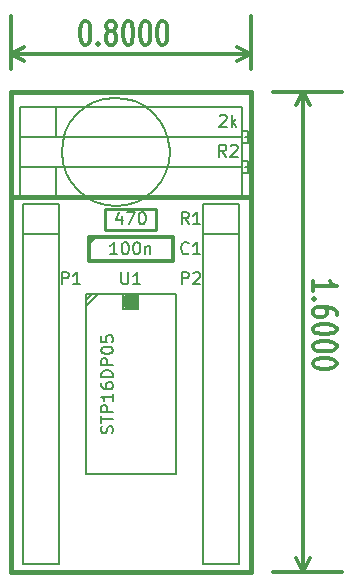
<source format=gto>
G04 (created by PCBNEW-RS274X (2010-05-05 BZR 2356)-stable) date 12/18/10 18:55:01*
G01*
G70*
G90*
%MOIN*%
G04 Gerber Fmt 3.4, Leading zero omitted, Abs format*
%FSLAX34Y34*%
G04 APERTURE LIST*
%ADD10C,0.005000*%
%ADD11C,0.015000*%
%ADD12C,0.012000*%
%ADD13C,0.007500*%
%ADD14C,0.010000*%
%ADD15C,0.006000*%
G04 APERTURE END LIST*
G54D10*
G54D11*
X10000Y-13500D02*
X18000Y-13500D01*
G54D12*
X20065Y-16658D02*
X20065Y-16315D01*
X20065Y-16487D02*
X20865Y-16487D01*
X20751Y-16430D01*
X20675Y-16372D01*
X20637Y-16315D01*
X20141Y-16915D02*
X20103Y-16943D01*
X20065Y-16915D01*
X20103Y-16886D01*
X20141Y-16915D01*
X20065Y-16915D01*
X20865Y-17458D02*
X20865Y-17344D01*
X20827Y-17287D01*
X20789Y-17258D01*
X20675Y-17201D01*
X20522Y-17172D01*
X20218Y-17172D01*
X20141Y-17201D01*
X20103Y-17229D01*
X20065Y-17287D01*
X20065Y-17401D01*
X20103Y-17458D01*
X20141Y-17487D01*
X20218Y-17515D01*
X20408Y-17515D01*
X20484Y-17487D01*
X20522Y-17458D01*
X20560Y-17401D01*
X20560Y-17287D01*
X20522Y-17229D01*
X20484Y-17201D01*
X20408Y-17172D01*
X20865Y-17886D02*
X20865Y-17943D01*
X20827Y-18000D01*
X20789Y-18029D01*
X20713Y-18058D01*
X20560Y-18086D01*
X20370Y-18086D01*
X20218Y-18058D01*
X20141Y-18029D01*
X20103Y-18000D01*
X20065Y-17943D01*
X20065Y-17886D01*
X20103Y-17829D01*
X20141Y-17800D01*
X20218Y-17772D01*
X20370Y-17743D01*
X20560Y-17743D01*
X20713Y-17772D01*
X20789Y-17800D01*
X20827Y-17829D01*
X20865Y-17886D01*
X20865Y-18457D02*
X20865Y-18514D01*
X20827Y-18571D01*
X20789Y-18600D01*
X20713Y-18629D01*
X20560Y-18657D01*
X20370Y-18657D01*
X20218Y-18629D01*
X20141Y-18600D01*
X20103Y-18571D01*
X20065Y-18514D01*
X20065Y-18457D01*
X20103Y-18400D01*
X20141Y-18371D01*
X20218Y-18343D01*
X20370Y-18314D01*
X20560Y-18314D01*
X20713Y-18343D01*
X20789Y-18371D01*
X20827Y-18400D01*
X20865Y-18457D01*
X20865Y-19028D02*
X20865Y-19085D01*
X20827Y-19142D01*
X20789Y-19171D01*
X20713Y-19200D01*
X20560Y-19228D01*
X20370Y-19228D01*
X20218Y-19200D01*
X20141Y-19171D01*
X20103Y-19142D01*
X20065Y-19085D01*
X20065Y-19028D01*
X20103Y-18971D01*
X20141Y-18942D01*
X20218Y-18914D01*
X20370Y-18885D01*
X20560Y-18885D01*
X20713Y-18914D01*
X20789Y-18942D01*
X20827Y-18971D01*
X20865Y-19028D01*
X19749Y-10000D02*
X19749Y-26000D01*
X18750Y-10000D02*
X21029Y-10000D01*
X18750Y-26000D02*
X21029Y-26000D01*
X19749Y-26000D02*
X19519Y-25557D01*
X19749Y-26000D02*
X19979Y-25557D01*
X19749Y-10000D02*
X19519Y-10443D01*
X19749Y-10000D02*
X19979Y-10443D01*
X12458Y-07635D02*
X12515Y-07635D01*
X12572Y-07673D01*
X12601Y-07711D01*
X12630Y-07787D01*
X12658Y-07940D01*
X12658Y-08130D01*
X12630Y-08282D01*
X12601Y-08359D01*
X12572Y-08397D01*
X12515Y-08435D01*
X12458Y-08435D01*
X12401Y-08397D01*
X12372Y-08359D01*
X12344Y-08282D01*
X12315Y-08130D01*
X12315Y-07940D01*
X12344Y-07787D01*
X12372Y-07711D01*
X12401Y-07673D01*
X12458Y-07635D01*
X12915Y-08359D02*
X12943Y-08397D01*
X12915Y-08435D01*
X12886Y-08397D01*
X12915Y-08359D01*
X12915Y-08435D01*
X13287Y-07978D02*
X13229Y-07940D01*
X13201Y-07901D01*
X13172Y-07825D01*
X13172Y-07787D01*
X13201Y-07711D01*
X13229Y-07673D01*
X13287Y-07635D01*
X13401Y-07635D01*
X13458Y-07673D01*
X13487Y-07711D01*
X13515Y-07787D01*
X13515Y-07825D01*
X13487Y-07901D01*
X13458Y-07940D01*
X13401Y-07978D01*
X13287Y-07978D01*
X13229Y-08016D01*
X13201Y-08054D01*
X13172Y-08130D01*
X13172Y-08282D01*
X13201Y-08359D01*
X13229Y-08397D01*
X13287Y-08435D01*
X13401Y-08435D01*
X13458Y-08397D01*
X13487Y-08359D01*
X13515Y-08282D01*
X13515Y-08130D01*
X13487Y-08054D01*
X13458Y-08016D01*
X13401Y-07978D01*
X13886Y-07635D02*
X13943Y-07635D01*
X14000Y-07673D01*
X14029Y-07711D01*
X14058Y-07787D01*
X14086Y-07940D01*
X14086Y-08130D01*
X14058Y-08282D01*
X14029Y-08359D01*
X14000Y-08397D01*
X13943Y-08435D01*
X13886Y-08435D01*
X13829Y-08397D01*
X13800Y-08359D01*
X13772Y-08282D01*
X13743Y-08130D01*
X13743Y-07940D01*
X13772Y-07787D01*
X13800Y-07711D01*
X13829Y-07673D01*
X13886Y-07635D01*
X14457Y-07635D02*
X14514Y-07635D01*
X14571Y-07673D01*
X14600Y-07711D01*
X14629Y-07787D01*
X14657Y-07940D01*
X14657Y-08130D01*
X14629Y-08282D01*
X14600Y-08359D01*
X14571Y-08397D01*
X14514Y-08435D01*
X14457Y-08435D01*
X14400Y-08397D01*
X14371Y-08359D01*
X14343Y-08282D01*
X14314Y-08130D01*
X14314Y-07940D01*
X14343Y-07787D01*
X14371Y-07711D01*
X14400Y-07673D01*
X14457Y-07635D01*
X15028Y-07635D02*
X15085Y-07635D01*
X15142Y-07673D01*
X15171Y-07711D01*
X15200Y-07787D01*
X15228Y-07940D01*
X15228Y-08130D01*
X15200Y-08282D01*
X15171Y-08359D01*
X15142Y-08397D01*
X15085Y-08435D01*
X15028Y-08435D01*
X14971Y-08397D01*
X14942Y-08359D01*
X14914Y-08282D01*
X14885Y-08130D01*
X14885Y-07940D01*
X14914Y-07787D01*
X14942Y-07711D01*
X14971Y-07673D01*
X15028Y-07635D01*
X10000Y-08751D02*
X18000Y-08751D01*
X10000Y-09250D02*
X10000Y-07471D01*
X18000Y-09250D02*
X18000Y-07471D01*
X18000Y-08751D02*
X17557Y-08981D01*
X18000Y-08751D02*
X17557Y-08521D01*
X10000Y-08751D02*
X10443Y-08981D01*
X10000Y-08751D02*
X10443Y-08521D01*
G54D11*
X10000Y-26000D02*
X10000Y-10000D01*
X18000Y-26000D02*
X10000Y-26000D01*
X18000Y-10000D02*
X18000Y-26000D01*
X10000Y-10000D02*
X18000Y-10000D01*
G54D13*
X12700Y-16750D02*
X12500Y-16950D01*
X12900Y-16750D02*
X12500Y-17150D01*
X14250Y-17200D02*
X13800Y-17200D01*
X14200Y-17150D02*
X13800Y-17150D01*
X14250Y-17100D02*
X13750Y-17100D01*
X14200Y-17050D02*
X13800Y-17050D01*
X14250Y-16950D02*
X13800Y-16950D01*
X14250Y-16900D02*
X13750Y-16900D01*
X14200Y-16850D02*
X13800Y-16850D01*
X14250Y-16800D02*
X13800Y-16800D01*
X14250Y-17000D02*
X13750Y-17000D01*
X14250Y-16750D02*
X14250Y-17250D01*
X14250Y-17250D02*
X13750Y-17250D01*
X13750Y-17250D02*
X13750Y-16750D01*
X14000Y-16750D02*
X15500Y-16750D01*
X15500Y-16750D02*
X15500Y-22750D01*
X15500Y-22750D02*
X12500Y-22750D01*
X12500Y-22750D02*
X12500Y-16750D01*
X12500Y-16750D02*
X14000Y-16750D01*
G54D14*
X13150Y-13900D02*
X13150Y-14600D01*
X13150Y-14600D02*
X14850Y-14600D01*
X14850Y-14600D02*
X14850Y-13900D01*
X14850Y-13900D02*
X13150Y-13900D01*
G54D13*
X16400Y-13750D02*
X16400Y-25750D01*
X17600Y-25750D02*
X17600Y-13750D01*
X17600Y-14750D02*
X16400Y-14750D01*
X17000Y-13750D02*
X17600Y-13750D01*
X17600Y-25750D02*
X16400Y-25750D01*
X16400Y-13750D02*
X17000Y-13750D01*
X10400Y-13750D02*
X10400Y-25750D01*
X11600Y-25750D02*
X11600Y-13750D01*
X11600Y-14750D02*
X10400Y-14750D01*
X11000Y-13750D02*
X11600Y-13750D01*
X11600Y-25750D02*
X10400Y-25750D01*
X10400Y-13750D02*
X11000Y-13750D01*
G54D12*
X12600Y-14850D02*
X15400Y-14850D01*
X15400Y-14850D02*
X15400Y-15650D01*
X15400Y-15650D02*
X12600Y-15650D01*
X12600Y-15650D02*
X12600Y-14850D01*
X12600Y-15050D02*
X12800Y-14850D01*
G54D13*
X17900Y-12500D02*
X17900Y-12700D01*
X17900Y-12700D02*
X17700Y-12700D01*
X17800Y-12500D02*
X17900Y-12500D01*
X17900Y-12500D02*
X17900Y-12300D01*
X17900Y-12300D02*
X17700Y-12300D01*
X17900Y-11500D02*
X17900Y-11700D01*
X17900Y-11700D02*
X17700Y-11700D01*
X17800Y-11500D02*
X17900Y-11500D01*
X17900Y-11500D02*
X17900Y-11300D01*
X17900Y-11300D02*
X17700Y-11300D01*
X17700Y-12500D02*
X17700Y-13500D01*
X17700Y-13500D02*
X10300Y-13500D01*
X10300Y-13500D02*
X10300Y-12500D01*
X10300Y-11500D02*
X17700Y-11500D01*
X17700Y-12000D02*
X17700Y-11000D01*
X17700Y-11000D02*
X17700Y-10500D01*
X17700Y-10500D02*
X10300Y-10500D01*
X10300Y-10500D02*
X10300Y-12000D01*
X10300Y-12000D02*
X10300Y-12500D01*
X10300Y-12500D02*
X17700Y-12500D01*
X17700Y-12500D02*
X17700Y-12000D01*
X11500Y-13500D02*
X12500Y-13500D01*
X11500Y-12500D02*
X11500Y-13500D01*
X11500Y-10500D02*
X11500Y-11500D01*
X11500Y-10500D02*
X12500Y-10500D01*
X15300Y-12000D02*
X15265Y-12349D01*
X15164Y-12685D01*
X14999Y-12996D01*
X14777Y-13268D01*
X14506Y-13492D01*
X14197Y-13659D01*
X13861Y-13763D01*
X13512Y-13799D01*
X13163Y-13768D01*
X12826Y-13668D01*
X12515Y-13506D01*
X12241Y-13286D01*
X12015Y-13016D01*
X11846Y-12709D01*
X11740Y-12374D01*
X11701Y-12025D01*
X11730Y-11676D01*
X11827Y-11338D01*
X11987Y-11025D01*
X12206Y-10750D01*
X12473Y-10522D01*
X12780Y-10351D01*
X13114Y-10242D01*
X13463Y-10201D01*
X13812Y-10228D01*
X14150Y-10322D01*
X14464Y-10481D01*
X14741Y-10697D01*
X14970Y-10963D01*
X15144Y-11268D01*
X15255Y-11602D01*
X15299Y-11950D01*
X15300Y-12000D01*
G54D15*
X13695Y-16012D02*
X13695Y-16336D01*
X13714Y-16374D01*
X13733Y-16393D01*
X13771Y-16412D01*
X13848Y-16412D01*
X13886Y-16393D01*
X13905Y-16374D01*
X13924Y-16336D01*
X13924Y-16012D01*
X14324Y-16412D02*
X14095Y-16412D01*
X14209Y-16412D02*
X14209Y-16012D01*
X14171Y-16069D01*
X14133Y-16107D01*
X14095Y-16126D01*
X13393Y-21379D02*
X13412Y-21322D01*
X13412Y-21226D01*
X13393Y-21188D01*
X13374Y-21169D01*
X13336Y-21150D01*
X13298Y-21150D01*
X13260Y-21169D01*
X13240Y-21188D01*
X13221Y-21226D01*
X13202Y-21303D01*
X13183Y-21341D01*
X13164Y-21360D01*
X13126Y-21379D01*
X13088Y-21379D01*
X13050Y-21360D01*
X13031Y-21341D01*
X13012Y-21303D01*
X13012Y-21207D01*
X13031Y-21150D01*
X13012Y-21036D02*
X13012Y-20807D01*
X13412Y-20922D02*
X13012Y-20922D01*
X13412Y-20674D02*
X13012Y-20674D01*
X13012Y-20521D01*
X13031Y-20483D01*
X13050Y-20464D01*
X13088Y-20445D01*
X13145Y-20445D01*
X13183Y-20464D01*
X13202Y-20483D01*
X13221Y-20521D01*
X13221Y-20674D01*
X13412Y-20064D02*
X13412Y-20293D01*
X13412Y-20179D02*
X13012Y-20179D01*
X13069Y-20217D01*
X13107Y-20255D01*
X13126Y-20293D01*
X13012Y-19721D02*
X13012Y-19798D01*
X13031Y-19836D01*
X13050Y-19855D01*
X13107Y-19893D01*
X13183Y-19912D01*
X13336Y-19912D01*
X13374Y-19893D01*
X13393Y-19874D01*
X13412Y-19836D01*
X13412Y-19759D01*
X13393Y-19721D01*
X13374Y-19702D01*
X13336Y-19683D01*
X13240Y-19683D01*
X13202Y-19702D01*
X13183Y-19721D01*
X13164Y-19759D01*
X13164Y-19836D01*
X13183Y-19874D01*
X13202Y-19893D01*
X13240Y-19912D01*
X13412Y-19512D02*
X13012Y-19512D01*
X13012Y-19417D01*
X13031Y-19359D01*
X13069Y-19321D01*
X13107Y-19302D01*
X13183Y-19283D01*
X13240Y-19283D01*
X13317Y-19302D01*
X13355Y-19321D01*
X13393Y-19359D01*
X13412Y-19417D01*
X13412Y-19512D01*
X13412Y-19112D02*
X13012Y-19112D01*
X13012Y-18959D01*
X13031Y-18921D01*
X13050Y-18902D01*
X13088Y-18883D01*
X13145Y-18883D01*
X13183Y-18902D01*
X13202Y-18921D01*
X13221Y-18959D01*
X13221Y-19112D01*
X13012Y-18636D02*
X13012Y-18597D01*
X13031Y-18559D01*
X13050Y-18540D01*
X13088Y-18521D01*
X13164Y-18502D01*
X13260Y-18502D01*
X13336Y-18521D01*
X13374Y-18540D01*
X13393Y-18559D01*
X13412Y-18597D01*
X13412Y-18636D01*
X13393Y-18674D01*
X13374Y-18693D01*
X13336Y-18712D01*
X13260Y-18731D01*
X13164Y-18731D01*
X13088Y-18712D01*
X13050Y-18693D01*
X13031Y-18674D01*
X13012Y-18636D01*
X13012Y-18140D02*
X13012Y-18331D01*
X13202Y-18350D01*
X13183Y-18331D01*
X13164Y-18293D01*
X13164Y-18197D01*
X13183Y-18159D01*
X13202Y-18140D01*
X13240Y-18121D01*
X13336Y-18121D01*
X13374Y-18140D01*
X13393Y-18159D01*
X13412Y-18197D01*
X13412Y-18293D01*
X13393Y-18331D01*
X13374Y-18350D01*
X15934Y-14412D02*
X15800Y-14221D01*
X15705Y-14412D02*
X15705Y-14012D01*
X15858Y-14012D01*
X15896Y-14031D01*
X15915Y-14050D01*
X15934Y-14088D01*
X15934Y-14145D01*
X15915Y-14183D01*
X15896Y-14202D01*
X15858Y-14221D01*
X15705Y-14221D01*
X16315Y-14412D02*
X16086Y-14412D01*
X16200Y-14412D02*
X16200Y-14012D01*
X16162Y-14069D01*
X16124Y-14107D01*
X16086Y-14126D01*
X13696Y-14145D02*
X13696Y-14412D01*
X13600Y-13993D02*
X13505Y-14279D01*
X13753Y-14279D01*
X13867Y-14012D02*
X14134Y-14012D01*
X13962Y-14412D01*
X14362Y-14012D02*
X14401Y-14012D01*
X14439Y-14031D01*
X14458Y-14050D01*
X14477Y-14088D01*
X14496Y-14164D01*
X14496Y-14260D01*
X14477Y-14336D01*
X14458Y-14374D01*
X14439Y-14393D01*
X14401Y-14412D01*
X14362Y-14412D01*
X14324Y-14393D01*
X14305Y-14374D01*
X14286Y-14336D01*
X14267Y-14260D01*
X14267Y-14164D01*
X14286Y-14088D01*
X14305Y-14050D01*
X14324Y-14031D01*
X14362Y-14012D01*
X15705Y-16412D02*
X15705Y-16012D01*
X15858Y-16012D01*
X15896Y-16031D01*
X15915Y-16050D01*
X15934Y-16088D01*
X15934Y-16145D01*
X15915Y-16183D01*
X15896Y-16202D01*
X15858Y-16221D01*
X15705Y-16221D01*
X16086Y-16050D02*
X16105Y-16031D01*
X16143Y-16012D01*
X16239Y-16012D01*
X16277Y-16031D01*
X16296Y-16050D01*
X16315Y-16088D01*
X16315Y-16126D01*
X16296Y-16183D01*
X16067Y-16412D01*
X16315Y-16412D01*
X11705Y-16412D02*
X11705Y-16012D01*
X11858Y-16012D01*
X11896Y-16031D01*
X11915Y-16050D01*
X11934Y-16088D01*
X11934Y-16145D01*
X11915Y-16183D01*
X11896Y-16202D01*
X11858Y-16221D01*
X11705Y-16221D01*
X12315Y-16412D02*
X12086Y-16412D01*
X12200Y-16412D02*
X12200Y-16012D01*
X12162Y-16069D01*
X12124Y-16107D01*
X12086Y-16126D01*
X15934Y-15374D02*
X15915Y-15393D01*
X15858Y-15412D01*
X15820Y-15412D01*
X15762Y-15393D01*
X15724Y-15355D01*
X15705Y-15317D01*
X15686Y-15240D01*
X15686Y-15183D01*
X15705Y-15107D01*
X15724Y-15069D01*
X15762Y-15031D01*
X15820Y-15012D01*
X15858Y-15012D01*
X15915Y-15031D01*
X15934Y-15050D01*
X16315Y-15412D02*
X16086Y-15412D01*
X16200Y-15412D02*
X16200Y-15012D01*
X16162Y-15069D01*
X16124Y-15107D01*
X16086Y-15126D01*
X13553Y-15412D02*
X13324Y-15412D01*
X13438Y-15412D02*
X13438Y-15012D01*
X13400Y-15069D01*
X13362Y-15107D01*
X13324Y-15126D01*
X13800Y-15012D02*
X13839Y-15012D01*
X13877Y-15031D01*
X13896Y-15050D01*
X13915Y-15088D01*
X13934Y-15164D01*
X13934Y-15260D01*
X13915Y-15336D01*
X13896Y-15374D01*
X13877Y-15393D01*
X13839Y-15412D01*
X13800Y-15412D01*
X13762Y-15393D01*
X13743Y-15374D01*
X13724Y-15336D01*
X13705Y-15260D01*
X13705Y-15164D01*
X13724Y-15088D01*
X13743Y-15050D01*
X13762Y-15031D01*
X13800Y-15012D01*
X14181Y-15012D02*
X14220Y-15012D01*
X14258Y-15031D01*
X14277Y-15050D01*
X14296Y-15088D01*
X14315Y-15164D01*
X14315Y-15260D01*
X14296Y-15336D01*
X14277Y-15374D01*
X14258Y-15393D01*
X14220Y-15412D01*
X14181Y-15412D01*
X14143Y-15393D01*
X14124Y-15374D01*
X14105Y-15336D01*
X14086Y-15260D01*
X14086Y-15164D01*
X14105Y-15088D01*
X14124Y-15050D01*
X14143Y-15031D01*
X14181Y-15012D01*
X14486Y-15145D02*
X14486Y-15412D01*
X14486Y-15183D02*
X14505Y-15164D01*
X14543Y-15145D01*
X14601Y-15145D01*
X14639Y-15164D01*
X14658Y-15202D01*
X14658Y-15412D01*
X17184Y-12162D02*
X17050Y-11971D01*
X16955Y-12162D02*
X16955Y-11762D01*
X17108Y-11762D01*
X17146Y-11781D01*
X17165Y-11800D01*
X17184Y-11838D01*
X17184Y-11895D01*
X17165Y-11933D01*
X17146Y-11952D01*
X17108Y-11971D01*
X16955Y-11971D01*
X17336Y-11800D02*
X17355Y-11781D01*
X17393Y-11762D01*
X17489Y-11762D01*
X17527Y-11781D01*
X17546Y-11800D01*
X17565Y-11838D01*
X17565Y-11876D01*
X17546Y-11933D01*
X17317Y-12162D01*
X17565Y-12162D01*
X16974Y-10800D02*
X16993Y-10781D01*
X17031Y-10762D01*
X17127Y-10762D01*
X17165Y-10781D01*
X17184Y-10800D01*
X17203Y-10838D01*
X17203Y-10876D01*
X17184Y-10933D01*
X16955Y-11162D01*
X17203Y-11162D01*
X17374Y-11162D02*
X17374Y-10762D01*
X17412Y-11010D02*
X17527Y-11162D01*
X17527Y-10895D02*
X17374Y-11048D01*
M02*

</source>
